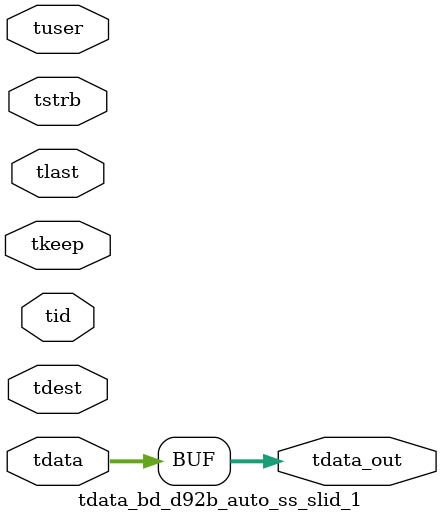
<source format=v>


`timescale 1ps/1ps

module tdata_bd_d92b_auto_ss_slid_1 #
(
parameter C_S_AXIS_TDATA_WIDTH = 32,
parameter C_S_AXIS_TUSER_WIDTH = 0,
parameter C_S_AXIS_TID_WIDTH   = 0,
parameter C_S_AXIS_TDEST_WIDTH = 0,
parameter C_M_AXIS_TDATA_WIDTH = 32
)
(
input  [(C_S_AXIS_TDATA_WIDTH == 0 ? 1 : C_S_AXIS_TDATA_WIDTH)-1:0     ] tdata,
input  [(C_S_AXIS_TUSER_WIDTH == 0 ? 1 : C_S_AXIS_TUSER_WIDTH)-1:0     ] tuser,
input  [(C_S_AXIS_TID_WIDTH   == 0 ? 1 : C_S_AXIS_TID_WIDTH)-1:0       ] tid,
input  [(C_S_AXIS_TDEST_WIDTH == 0 ? 1 : C_S_AXIS_TDEST_WIDTH)-1:0     ] tdest,
input  [(C_S_AXIS_TDATA_WIDTH/8)-1:0 ] tkeep,
input  [(C_S_AXIS_TDATA_WIDTH/8)-1:0 ] tstrb,
input                                                                    tlast,
output [C_M_AXIS_TDATA_WIDTH-1:0] tdata_out
);

assign tdata_out = {tdata[63:0]};

endmodule


</source>
